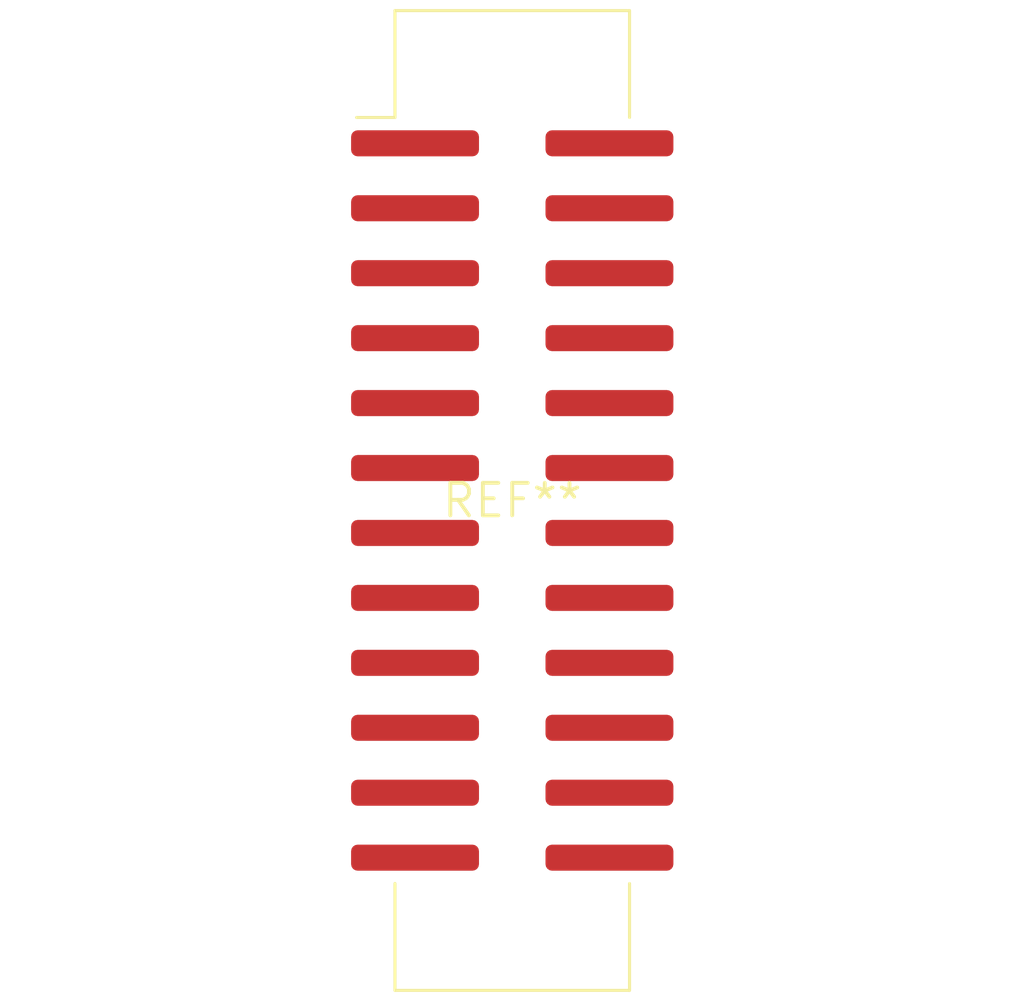
<source format=kicad_pcb>
(kicad_pcb (version 20240108) (generator pcbnew)
  (layers (0 "F.Cu" signal) (31 "B.Cu" signal) (34 "B.Paste" user) (35 "F.Paste" user) (36 "B.SilkS" user "B.Silkscreen") (37 "F.SilkS" user "F.Silkscreen") (38 "B.Mask" user) (39 "F.Mask" user) (44 "Edge.Cuts" user))
  (net 0 "")
  (footprint "IDC-Header_2x12_P2.54mm_Vertical_SMD" (layer "F.Cu") (at 0 0)
    (property "Reference" "REF**")
    (property "Value" "IDC-Header_2x12_P2.54mm_Vertical_SMD")
    (fp_line (start -4.585 -19.16) (end 4.585 -19.16) (layer "F.SilkS") (stroke (width 0.12)))
    (fp_line (start -4.585 -14.98) (end -6.085 -14.98) (layer "F.SilkS") (stroke (width 0.12)))
    (fp_line (start -4.585 -14.98) (end -4.585 -19.16) (layer "F.SilkS") (stroke (width 0.12)))
    (fp_line (start -4.585 14.98) (end -4.585 19.16) (layer "F.SilkS") (stroke (width 0.12)))
    (fp_line (start -4.585 19.16) (end 4.585 19.16) (layer "F.SilkS") (stroke (width 0.12)))
    (fp_line (start 4.585 -19.16) (end 4.585 -14.98) (layer "F.SilkS") (stroke (width 0.12)))
    (fp_line (start 4.585 19.16) (end 4.585 14.98) (layer "F.SilkS") (stroke (width 0.12)))
    (pad "1" smd roundrect (at -3.8 -13.97) (size 5 1.02) (layers "F.Cu" "F.Paste" "F.Mask"))
    (pad "2" smd roundrect (at 3.8 -13.97) (size 5 1.02) (layers "F.Cu" "F.Paste" "F.Mask"))
    (pad "3" smd roundrect (at -3.8 -11.43) (size 5 1.02) (layers "F.Cu" "F.Paste" "F.Mask"))
    (pad "4" smd roundrect (at 3.8 -11.43) (size 5 1.02) (layers "F.Cu" "F.Paste" "F.Mask"))
    (pad "5" smd roundrect (at -3.8 -8.89) (size 5 1.02) (layers "F.Cu" "F.Paste" "F.Mask"))
    (pad "6" smd roundrect (at 3.8 -8.89) (size 5 1.02) (layers "F.Cu" "F.Paste" "F.Mask"))
    (pad "7" smd roundrect (at -3.8 -6.35) (size 5 1.02) (layers "F.Cu" "F.Paste" "F.Mask"))
    (pad "8" smd roundrect (at 3.8 -6.35) (size 5 1.02) (layers "F.Cu" "F.Paste" "F.Mask"))
    (pad "9" smd roundrect (at -3.8 -3.81) (size 5 1.02) (layers "F.Cu" "F.Paste" "F.Mask"))
    (pad "10" smd roundrect (at 3.8 -3.81) (size 5 1.02) (layers "F.Cu" "F.Paste" "F.Mask"))
    (pad "11" smd roundrect (at -3.8 -1.27) (size 5 1.02) (layers "F.Cu" "F.Paste" "F.Mask"))
    (pad "12" smd roundrect (at 3.8 -1.27) (size 5 1.02) (layers "F.Cu" "F.Paste" "F.Mask"))
    (pad "13" smd roundrect (at -3.8 1.27) (size 5 1.02) (layers "F.Cu" "F.Paste" "F.Mask"))
    (pad "14" smd roundrect (at 3.8 1.27) (size 5 1.02) (layers "F.Cu" "F.Paste" "F.Mask"))
    (pad "15" smd roundrect (at -3.8 3.81) (size 5 1.02) (layers "F.Cu" "F.Paste" "F.Mask"))
    (pad "16" smd roundrect (at 3.8 3.81) (size 5 1.02) (layers "F.Cu" "F.Paste" "F.Mask"))
    (pad "17" smd roundrect (at -3.8 6.35) (size 5 1.02) (layers "F.Cu" "F.Paste" "F.Mask"))
    (pad "18" smd roundrect (at 3.8 6.35) (size 5 1.02) (layers "F.Cu" "F.Paste" "F.Mask"))
    (pad "19" smd roundrect (at -3.8 8.89) (size 5 1.02) (layers "F.Cu" "F.Paste" "F.Mask"))
    (pad "20" smd roundrect (at 3.8 8.89) (size 5 1.02) (layers "F.Cu" "F.Paste" "F.Mask"))
    (pad "21" smd roundrect (at -3.8 11.43) (size 5 1.02) (layers "F.Cu" "F.Paste" "F.Mask"))
    (pad "22" smd roundrect (at 3.8 11.43) (size 5 1.02) (layers "F.Cu" "F.Paste" "F.Mask"))
    (pad "23" smd roundrect (at -3.8 13.97) (size 5 1.02) (layers "F.Cu" "F.Paste" "F.Mask"))
    (pad "24" smd roundrect (at 3.8 13.97) (size 5 1.02) (layers "F.Cu" "F.Paste" "F.Mask"))
  )
)
</source>
